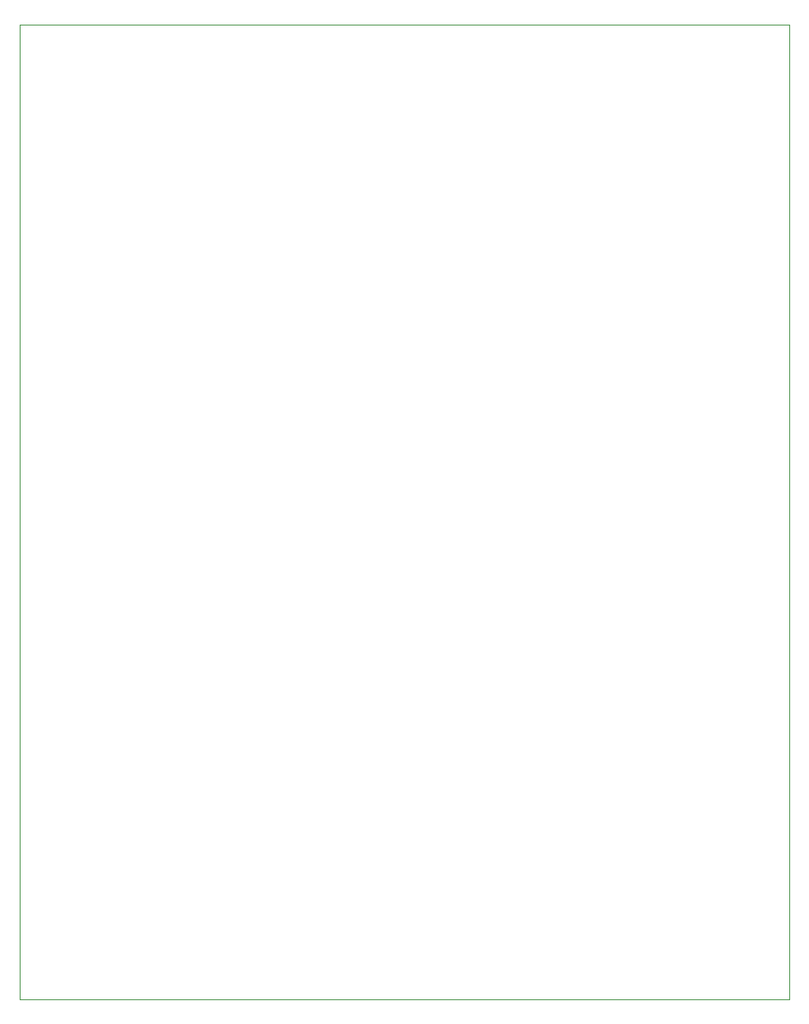
<source format=gbr>
%TF.GenerationSoftware,KiCad,Pcbnew,(6.0.1)*%
%TF.CreationDate,2023-04-26T14:09:52-06:00*%
%TF.ProjectId,Device_Design,44657669-6365-45f4-9465-7369676e2e6b,02*%
%TF.SameCoordinates,Original*%
%TF.FileFunction,Profile,NP*%
%FSLAX46Y46*%
G04 Gerber Fmt 4.6, Leading zero omitted, Abs format (unit mm)*
G04 Created by KiCad (PCBNEW (6.0.1)) date 2023-04-26 14:09:52*
%MOMM*%
%LPD*%
G01*
G04 APERTURE LIST*
%TA.AperFunction,Profile*%
%ADD10C,0.100000*%
%TD*%
G04 APERTURE END LIST*
D10*
X81700000Y-60200000D02*
X161000000Y-60200000D01*
X161000000Y-60200000D02*
X161000000Y-160600000D01*
X161000000Y-160600000D02*
X81700000Y-160600000D01*
X81700000Y-160600000D02*
X81700000Y-60200000D01*
M02*

</source>
